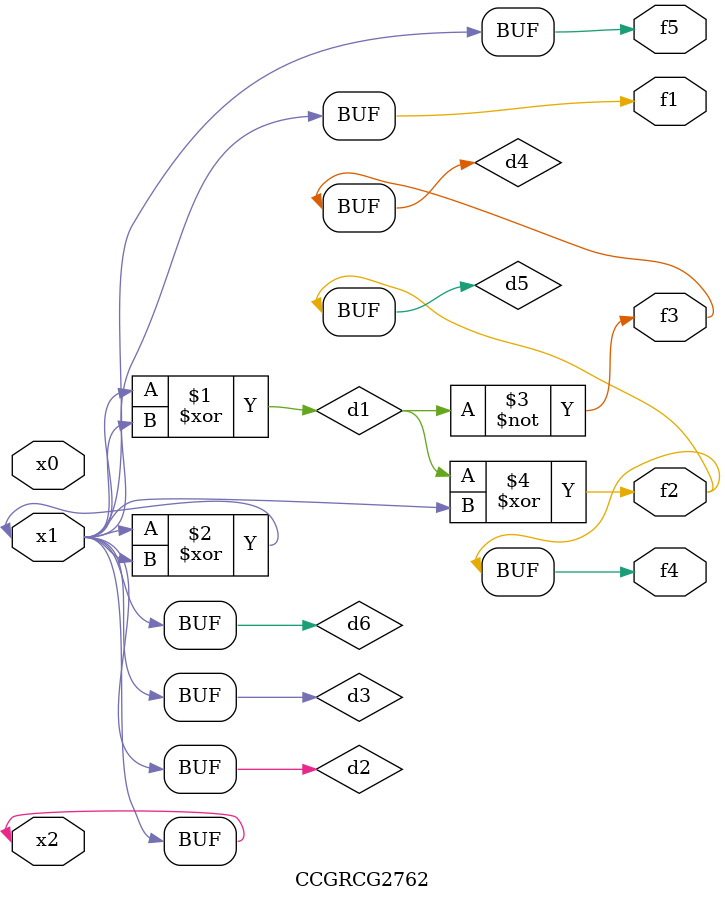
<source format=v>
module CCGRCG2762(
	input x0, x1, x2,
	output f1, f2, f3, f4, f5
);

	wire d1, d2, d3, d4, d5, d6;

	xor (d1, x1, x2);
	buf (d2, x1, x2);
	xor (d3, x1, x2);
	nor (d4, d1);
	xor (d5, d1, d2);
	buf (d6, d2, d3);
	assign f1 = d6;
	assign f2 = d5;
	assign f3 = d4;
	assign f4 = d5;
	assign f5 = d6;
endmodule

</source>
